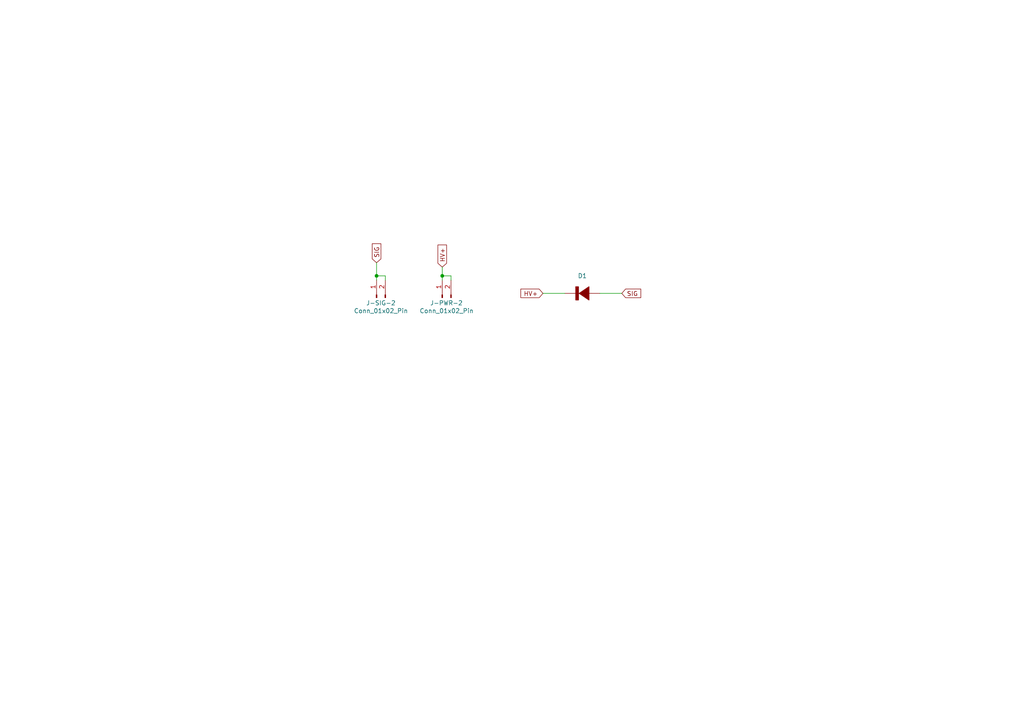
<source format=kicad_sch>
(kicad_sch
	(version 20250114)
	(generator "eeschema")
	(generator_version "9.0")
	(uuid "2c8624da-fedc-470a-b2c3-51ace33051b6")
	(paper "A4")
	(lib_symbols
		(symbol "Connector:Conn_01x02_Pin"
			(pin_names
				(offset 1.016)
				(hide yes)
			)
			(exclude_from_sim no)
			(in_bom yes)
			(on_board yes)
			(property "Reference" "J"
				(at 0 2.54 0)
				(effects
					(font
						(size 1.27 1.27)
					)
				)
			)
			(property "Value" "Conn_01x02_Pin"
				(at 0 -5.08 0)
				(effects
					(font
						(size 1.27 1.27)
					)
				)
			)
			(property "Footprint" ""
				(at 0 0 0)
				(effects
					(font
						(size 1.27 1.27)
					)
					(hide yes)
				)
			)
			(property "Datasheet" "~"
				(at 0 0 0)
				(effects
					(font
						(size 1.27 1.27)
					)
					(hide yes)
				)
			)
			(property "Description" "Generic connector, single row, 01x02, script generated"
				(at 0 0 0)
				(effects
					(font
						(size 1.27 1.27)
					)
					(hide yes)
				)
			)
			(property "ki_locked" ""
				(at 0 0 0)
				(effects
					(font
						(size 1.27 1.27)
					)
				)
			)
			(property "ki_keywords" "connector"
				(at 0 0 0)
				(effects
					(font
						(size 1.27 1.27)
					)
					(hide yes)
				)
			)
			(property "ki_fp_filters" "Connector*:*_1x??_*"
				(at 0 0 0)
				(effects
					(font
						(size 1.27 1.27)
					)
					(hide yes)
				)
			)
			(symbol "Conn_01x02_Pin_1_1"
				(rectangle
					(start 0.8636 0.127)
					(end 0 -0.127)
					(stroke
						(width 0.1524)
						(type default)
					)
					(fill
						(type outline)
					)
				)
				(rectangle
					(start 0.8636 -2.413)
					(end 0 -2.667)
					(stroke
						(width 0.1524)
						(type default)
					)
					(fill
						(type outline)
					)
				)
				(polyline
					(pts
						(xy 1.27 0) (xy 0.8636 0)
					)
					(stroke
						(width 0.1524)
						(type default)
					)
					(fill
						(type none)
					)
				)
				(polyline
					(pts
						(xy 1.27 -2.54) (xy 0.8636 -2.54)
					)
					(stroke
						(width 0.1524)
						(type default)
					)
					(fill
						(type none)
					)
				)
				(pin passive line
					(at 5.08 0 180)
					(length 3.81)
					(name "Pin_1"
						(effects
							(font
								(size 1.27 1.27)
							)
						)
					)
					(number "1"
						(effects
							(font
								(size 1.27 1.27)
							)
						)
					)
				)
				(pin passive line
					(at 5.08 -2.54 180)
					(length 3.81)
					(name "Pin_2"
						(effects
							(font
								(size 1.27 1.27)
							)
						)
					)
					(number "2"
						(effects
							(font
								(size 1.27 1.27)
							)
						)
					)
				)
			)
			(embedded_fonts no)
		)
		(symbol "PCM_Elektuur:D"
			(pin_numbers
				(hide yes)
			)
			(pin_names
				(offset 0)
				(hide yes)
			)
			(exclude_from_sim no)
			(in_bom yes)
			(on_board yes)
			(property "Reference" "D"
				(at 0.635 3.175 0)
				(effects
					(font
						(size 1.27 1.27)
					)
					(justify left)
				)
			)
			(property "Value" "${SIM.PARAMS}"
				(at 0.635 -3.175 0)
				(effects
					(font
						(size 1.27 1.27)
					)
					(justify left)
				)
			)
			(property "Footprint" ""
				(at 0 0 0)
				(effects
					(font
						(size 1.27 1.27)
					)
					(hide yes)
				)
			)
			(property "Datasheet" ""
				(at 0 0 0)
				(effects
					(font
						(size 1.27 1.27)
					)
					(hide yes)
				)
			)
			(property "Description" "semiconductor diode"
				(at 0 0 0)
				(effects
					(font
						(size 1.27 1.27)
					)
					(hide yes)
				)
			)
			(property "Sim.Pins" "2=1 1=2"
				(at 2.54 0 0)
				(effects
					(font
						(size 1.27 1.27)
					)
					(justify left)
					(hide yes)
				)
			)
			(property "Sim.Device" "SPICE"
				(at 0 0 0)
				(effects
					(font
						(size 1.27 1.27)
					)
					(hide yes)
				)
			)
			(property "Sim.Params" "type=\"\" model=\"D\" lib=\"semiconductor.lib\""
				(at 0 0 0)
				(effects
					(font
						(size 1.27 1.27)
					)
					(hide yes)
				)
			)
			(property "Rating" "V/A"
				(at -0.635 -3.175 0)
				(effects
					(font
						(size 1.27 1.27)
					)
					(justify right)
					(hide yes)
				)
			)
			(property "ki_keywords" "D semiconductor diode"
				(at 0 0 0)
				(effects
					(font
						(size 1.27 1.27)
					)
					(hide yes)
				)
			)
			(symbol "D_1_0"
				(pin passive line
					(at 0 5.08 270)
					(length 3.175)
					(name "A+"
						(effects
							(font
								(size 1.27 1.27)
							)
						)
					)
					(number "2"
						(effects
							(font
								(size 1.27 1.27)
							)
						)
					)
				)
				(pin passive line
					(at 0 -5.08 90)
					(length 3.175)
					(name "K-"
						(effects
							(font
								(size 1.27 1.27)
							)
						)
					)
					(number "1"
						(effects
							(font
								(size 1.27 1.27)
							)
						)
					)
				)
			)
			(symbol "D_1_1"
				(polyline
					(pts
						(xy -1.905 -1.905) (xy 1.905 -1.905) (xy 1.905 -1.143) (xy 0 -1.143) (xy 0 -0.889) (xy 1.905 1.905)
						(xy -1.905 1.905) (xy 0 -0.889) (xy 0 -1.143) (xy -1.905 -1.143) (xy -1.905 -1.905)
					)
					(stroke
						(width 0.254)
						(type default)
					)
					(fill
						(type outline)
					)
				)
			)
			(symbol "D_1_2"
				(polyline
					(pts
						(xy -0.127 -1.905) (xy 1.905 -1.905) (xy 1.905 -1.143) (xy 0 -1.143) (xy 0 -0.889) (xy 1.905 1.905)
						(xy -0.0254 1.905) (xy -0.9652 0.5334) (xy 0 -0.889) (xy 0 -1.143) (xy -0.127 -1.143) (xy -0.127 -1.905)
					)
					(stroke
						(width 0.254)
						(type default)
					)
					(fill
						(type outline)
					)
				)
			)
			(embedded_fonts no)
		)
	)
	(junction
		(at 109.22 80.01)
		(diameter 0)
		(color 0 0 0 0)
		(uuid "3ed47bc9-f223-4970-b0e4-16364cbfdde4")
	)
	(junction
		(at 128.27 80.01)
		(diameter 0)
		(color 0 0 0 0)
		(uuid "9d2b3b98-25ce-4f38-9a46-b4679e52fba3")
	)
	(wire
		(pts
			(xy 128.27 80.01) (xy 128.27 81.28)
		)
		(stroke
			(width 0)
			(type default)
		)
		(uuid "0acdba61-ac09-4aba-a3fc-4a81e31ded15")
	)
	(wire
		(pts
			(xy 130.81 80.01) (xy 130.81 81.28)
		)
		(stroke
			(width 0)
			(type default)
		)
		(uuid "0bde2d4f-f4f4-4970-afa7-015372e55fec")
	)
	(wire
		(pts
			(xy 109.22 80.01) (xy 111.76 80.01)
		)
		(stroke
			(width 0)
			(type default)
		)
		(uuid "0fbe7b8c-0d80-4f7c-8df8-f1632e2ea1dd")
	)
	(wire
		(pts
			(xy 109.22 80.01) (xy 109.22 81.28)
		)
		(stroke
			(width 0)
			(type default)
		)
		(uuid "26f2725c-a2c7-465a-bcd0-e8273bc0cf04")
	)
	(wire
		(pts
			(xy 157.48 85.09) (xy 163.83 85.09)
		)
		(stroke
			(width 0)
			(type default)
		)
		(uuid "6f0bc3d0-602d-42be-8cb2-b26ee78b6c51")
	)
	(wire
		(pts
			(xy 173.99 85.09) (xy 180.34 85.09)
		)
		(stroke
			(width 0)
			(type default)
		)
		(uuid "93081625-1e04-4903-b22c-344c479dc861")
	)
	(wire
		(pts
			(xy 111.76 80.01) (xy 111.76 81.28)
		)
		(stroke
			(width 0)
			(type default)
		)
		(uuid "ae8606d7-8fcc-4f67-a37c-e480dcca76e3")
	)
	(wire
		(pts
			(xy 128.27 77.47) (xy 128.27 80.01)
		)
		(stroke
			(width 0)
			(type default)
		)
		(uuid "bc465149-cbb6-45c0-886e-129a83308f5c")
	)
	(wire
		(pts
			(xy 128.27 80.01) (xy 130.81 80.01)
		)
		(stroke
			(width 0)
			(type default)
		)
		(uuid "bc4fa356-77f1-463f-8b1c-4791fbd6876d")
	)
	(wire
		(pts
			(xy 109.22 76.2) (xy 109.22 80.01)
		)
		(stroke
			(width 0)
			(type default)
		)
		(uuid "d0dc06d7-373e-4820-b57a-ffde2edcdf9a")
	)
	(global_label "HV+"
		(shape input)
		(at 157.48 85.09 180)
		(fields_autoplaced yes)
		(effects
			(font
				(size 1.27 1.27)
			)
			(justify right)
		)
		(uuid "40b16ae1-bec3-4a50-b23d-61ba7b5f8a1a")
		(property "Intersheetrefs" "${INTERSHEET_REFS}"
			(at 150.5033 85.09 0)
			(effects
				(font
					(size 1.27 1.27)
				)
				(justify right)
				(hide yes)
			)
		)
	)
	(global_label "HV+"
		(shape input)
		(at 128.27 77.47 90)
		(fields_autoplaced yes)
		(effects
			(font
				(size 1.27 1.27)
			)
			(justify left)
		)
		(uuid "749974a3-ffac-4026-b598-7aff51bfad9d")
		(property "Intersheetrefs" "${INTERSHEET_REFS}"
			(at 128.27 70.4933 90)
			(effects
				(font
					(size 1.27 1.27)
				)
				(justify left)
				(hide yes)
			)
		)
	)
	(global_label "SIG"
		(shape input)
		(at 109.22 76.2 90)
		(fields_autoplaced yes)
		(effects
			(font
				(size 1.27 1.27)
			)
			(justify left)
		)
		(uuid "951c1023-8d84-4c1b-be58-1d3728c06e59")
		(property "Intersheetrefs" "${INTERSHEET_REFS}"
			(at 109.22 70.1305 90)
			(effects
				(font
					(size 1.27 1.27)
				)
				(justify left)
				(hide yes)
			)
		)
	)
	(global_label "SIG"
		(shape input)
		(at 180.34 85.09 0)
		(fields_autoplaced yes)
		(effects
			(font
				(size 1.27 1.27)
			)
			(justify left)
		)
		(uuid "995ddc79-9617-4f16-b441-5e9e0d4e88e6")
		(property "Intersheetrefs" "${INTERSHEET_REFS}"
			(at 186.4095 85.09 0)
			(effects
				(font
					(size 1.27 1.27)
				)
				(justify left)
				(hide yes)
			)
		)
	)
	(symbol
		(lib_id "Connector:Conn_01x02_Pin")
		(at 109.22 86.36 90)
		(unit 1)
		(exclude_from_sim no)
		(in_bom yes)
		(on_board yes)
		(dnp no)
		(uuid "09df2b00-b541-4603-8eca-dfb541248655")
		(property "Reference" "J-SIG-2"
			(at 106.172 87.884 90)
			(effects
				(font
					(size 1.27 1.27)
				)
				(justify right)
			)
		)
		(property "Value" "Conn_01x02_Pin"
			(at 102.616 90.17 90)
			(effects
				(font
					(size 1.27 1.27)
				)
				(justify right)
			)
		)
		(property "Footprint" "Connector_PinHeader_2.54mm:Custom_PinHeader_1x02_P2.54mm_Vertical"
			(at 109.22 86.36 0)
			(effects
				(font
					(size 1.27 1.27)
				)
				(hide yes)
			)
		)
		(property "Datasheet" "~"
			(at 109.22 86.36 0)
			(effects
				(font
					(size 1.27 1.27)
				)
				(hide yes)
			)
		)
		(property "Description" "Generic connector, single row, 01x02, script generated"
			(at 109.22 86.36 0)
			(effects
				(font
					(size 1.27 1.27)
				)
				(hide yes)
			)
		)
		(pin "2"
			(uuid "94c53e63-82d4-4170-89a4-3bbe4d9d8257")
		)
		(pin "1"
			(uuid "7acbee1b-18c5-4fdd-96d5-a0446daab0e0")
		)
		(instances
			(project "S14160-3015PS"
				(path "/2c8624da-fedc-470a-b2c3-51ace33051b6"
					(reference "J-SIG-2")
					(unit 1)
				)
			)
		)
	)
	(symbol
		(lib_id "PCM_Elektuur:D")
		(at 168.91 85.09 270)
		(unit 1)
		(exclude_from_sim no)
		(in_bom yes)
		(on_board yes)
		(dnp no)
		(uuid "0c2dc516-4f45-444a-b702-7056bc2fd1d4")
		(property "Reference" "D1"
			(at 168.91 80.01 90)
			(effects
				(font
					(size 1.27 1.27)
				)
			)
		)
		(property "Value" "${SIM.PARAMS}"
			(at 168.91 81.28 90)
			(effects
				(font
					(size 1.27 1.27)
				)
			)
		)
		(property "Footprint" "Library:S14160-3010PS"
			(at 168.91 85.09 0)
			(effects
				(font
					(size 1.27 1.27)
				)
				(hide yes)
			)
		)
		(property "Datasheet" ""
			(at 168.91 85.09 0)
			(effects
				(font
					(size 1.27 1.27)
				)
				(hide yes)
			)
		)
		(property "Description" "semiconductor diode"
			(at 168.91 85.09 0)
			(effects
				(font
					(size 1.27 1.27)
				)
				(hide yes)
			)
		)
		(property "Field-1" "2=1 1=2"
			(at 168.91 85.09 0)
			(effects
				(font
					(size 1.27 1.27)
				)
				(hide yes)
			)
		)
		(property "Rating" "V/A"
			(at 165.735 84.455 0)
			(effects
				(font
					(size 1.27 1.27)
				)
				(justify right)
				(hide yes)
			)
		)
		(property "Field-1" "2=1 1=2"
			(at 168.91 87.63 0)
			(effects
				(font
					(size 1.27 1.27)
				)
				(justify left)
				(hide yes)
			)
		)
		(property "Field-1" "2=1 1=2"
			(at 168.91 85.09 0)
			(effects
				(font
					(size 1.27 1.27)
				)
				(hide yes)
			)
		)
		(property "Field-1" "2=1 1=2"
			(at 168.91 85.09 0)
			(effects
				(font
					(size 1.27 1.27)
				)
				(hide yes)
			)
		)
		(property "Field-1" "2=1 1=2"
			(at 168.91 87.63 0)
			(effects
				(font
					(size 1.27 1.27)
				)
				(justify left)
				(hide yes)
			)
		)
		(property "Field-1" "SPICE"
			(at 168.91 85.09 0)
			(effects
				(font
					(size 1.27 1.27)
				)
				(hide yes)
			)
		)
		(property "Field-1" "type=\"\" model=\"D\" lib=\"semiconductor.lib\""
			(at 168.91 85.09 0)
			(effects
				(font
					(size 1.27 1.27)
				)
				(hide yes)
			)
		)
		(pin "2"
			(uuid "9a9f228a-2b30-42cc-ac5d-73046c78e6e2")
		)
		(pin "1"
			(uuid "63d75941-57f0-481a-b3ef-6df20cb2b903")
		)
		(instances
			(project "S14160-3015PS"
				(path "/2c8624da-fedc-470a-b2c3-51ace33051b6"
					(reference "D1")
					(unit 1)
				)
			)
		)
	)
	(symbol
		(lib_id "Connector:Conn_01x02_Pin")
		(at 128.27 86.36 90)
		(unit 1)
		(exclude_from_sim no)
		(in_bom yes)
		(on_board yes)
		(dnp no)
		(uuid "f6b72677-ab2d-418f-b8b1-136f3c1575d7")
		(property "Reference" "J-PWR-2"
			(at 124.714 87.884 90)
			(effects
				(font
					(size 1.27 1.27)
				)
				(justify right)
			)
		)
		(property "Value" "Conn_01x02_Pin"
			(at 121.666 90.17 90)
			(effects
				(font
					(size 1.27 1.27)
				)
				(justify right)
			)
		)
		(property "Footprint" "Connector_PinHeader_2.54mm:Custom_PinHeader_1x02_P2.54mm_Vertical"
			(at 128.27 86.36 0)
			(effects
				(font
					(size 1.27 1.27)
				)
				(hide yes)
			)
		)
		(property "Datasheet" "~"
			(at 128.27 86.36 0)
			(effects
				(font
					(size 1.27 1.27)
				)
				(hide yes)
			)
		)
		(property "Description" "Generic connector, single row, 01x02, script generated"
			(at 128.27 86.36 0)
			(effects
				(font
					(size 1.27 1.27)
				)
				(hide yes)
			)
		)
		(pin "2"
			(uuid "89ba678c-7293-4c70-bb7b-3fb3831e9b7f")
		)
		(pin "1"
			(uuid "619d7fe6-098a-4c0d-a78a-8e9e722adf3e")
		)
		(instances
			(project "S14160-3015PS"
				(path "/2c8624da-fedc-470a-b2c3-51ace33051b6"
					(reference "J-PWR-2")
					(unit 1)
				)
			)
		)
	)
	(sheet_instances
		(path "/"
			(page "1")
		)
	)
	(embedded_fonts no)
)

</source>
